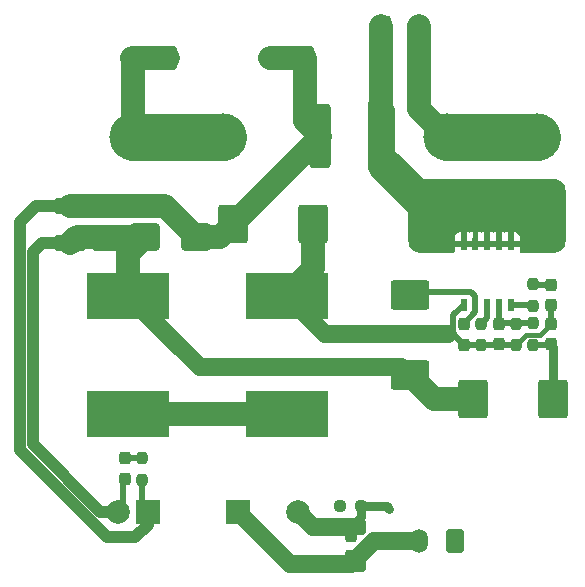
<source format=gtl>
G04 #@! TF.GenerationSoftware,KiCad,Pcbnew,8.0.5*
G04 #@! TF.CreationDate,2024-10-05T22:37:38+02:00*
G04 #@! TF.ProjectId,HVI,4856492e-6b69-4636-9164-5f7063625858,rev?*
G04 #@! TF.SameCoordinates,Original*
G04 #@! TF.FileFunction,Copper,L1,Top*
G04 #@! TF.FilePolarity,Positive*
%FSLAX46Y46*%
G04 Gerber Fmt 4.6, Leading zero omitted, Abs format (unit mm)*
G04 Created by KiCad (PCBNEW 8.0.5) date 2024-10-05 22:37:38*
%MOMM*%
%LPD*%
G01*
G04 APERTURE LIST*
G04 Aperture macros list*
%AMRoundRect*
0 Rectangle with rounded corners*
0 $1 Rounding radius*
0 $2 $3 $4 $5 $6 $7 $8 $9 X,Y pos of 4 corners*
0 Add a 4 corners polygon primitive as box body*
4,1,4,$2,$3,$4,$5,$6,$7,$8,$9,$2,$3,0*
0 Add four circle primitives for the rounded corners*
1,1,$1+$1,$2,$3*
1,1,$1+$1,$4,$5*
1,1,$1+$1,$6,$7*
1,1,$1+$1,$8,$9*
0 Add four rect primitives between the rounded corners*
20,1,$1+$1,$2,$3,$4,$5,0*
20,1,$1+$1,$4,$5,$6,$7,0*
20,1,$1+$1,$6,$7,$8,$9,0*
20,1,$1+$1,$8,$9,$2,$3,0*%
G04 Aperture macros list end*
G04 #@! TA.AperFunction,ComponentPad*
%ADD10RoundRect,0.250001X0.499999X0.759999X-0.499999X0.759999X-0.499999X-0.759999X0.499999X-0.759999X0*%
G04 #@! TD*
G04 #@! TA.AperFunction,ComponentPad*
%ADD11O,1.500000X2.020000*%
G04 #@! TD*
G04 #@! TA.AperFunction,SMDPad,CuDef*
%ADD12RoundRect,0.237500X0.250000X0.237500X-0.250000X0.237500X-0.250000X-0.237500X0.250000X-0.237500X0*%
G04 #@! TD*
G04 #@! TA.AperFunction,SMDPad,CuDef*
%ADD13RoundRect,0.237500X-0.237500X0.250000X-0.237500X-0.250000X0.237500X-0.250000X0.237500X0.250000X0*%
G04 #@! TD*
G04 #@! TA.AperFunction,ComponentPad*
%ADD14C,4.000000*%
G04 #@! TD*
G04 #@! TA.AperFunction,SMDPad,CuDef*
%ADD15RoundRect,0.250000X-0.400000X-0.625000X0.400000X-0.625000X0.400000X0.625000X-0.400000X0.625000X0*%
G04 #@! TD*
G04 #@! TA.AperFunction,SMDPad,CuDef*
%ADD16R,7.000000X4.000000*%
G04 #@! TD*
G04 #@! TA.AperFunction,SMDPad,CuDef*
%ADD17RoundRect,0.237500X-0.237500X0.300000X-0.237500X-0.300000X0.237500X-0.300000X0.237500X0.300000X0*%
G04 #@! TD*
G04 #@! TA.AperFunction,SMDPad,CuDef*
%ADD18RoundRect,0.250000X0.650000X2.450000X-0.650000X2.450000X-0.650000X-2.450000X0.650000X-2.450000X0*%
G04 #@! TD*
G04 #@! TA.AperFunction,SMDPad,CuDef*
%ADD19RoundRect,0.250000X-1.000000X1.400000X-1.000000X-1.400000X1.000000X-1.400000X1.000000X1.400000X0*%
G04 #@! TD*
G04 #@! TA.AperFunction,SMDPad,CuDef*
%ADD20RoundRect,0.250000X-1.400000X-1.000000X1.400000X-1.000000X1.400000X1.000000X-1.400000X1.000000X0*%
G04 #@! TD*
G04 #@! TA.AperFunction,SMDPad,CuDef*
%ADD21R,0.510000X1.100000*%
G04 #@! TD*
G04 #@! TA.AperFunction,ComponentPad*
%ADD22C,2.000000*%
G04 #@! TD*
G04 #@! TA.AperFunction,ComponentPad*
%ADD23R,2.000000X2.000000*%
G04 #@! TD*
G04 #@! TA.AperFunction,SMDPad,CuDef*
%ADD24RoundRect,0.237500X0.237500X-0.250000X0.237500X0.250000X-0.237500X0.250000X-0.237500X-0.250000X0*%
G04 #@! TD*
G04 #@! TA.AperFunction,SMDPad,CuDef*
%ADD25RoundRect,0.250000X1.100000X-0.412500X1.100000X0.412500X-1.100000X0.412500X-1.100000X-0.412500X0*%
G04 #@! TD*
G04 #@! TA.AperFunction,SMDPad,CuDef*
%ADD26RoundRect,0.237500X0.237500X-0.300000X0.237500X0.300000X-0.237500X0.300000X-0.237500X-0.300000X0*%
G04 #@! TD*
G04 #@! TA.AperFunction,SMDPad,CuDef*
%ADD27RoundRect,0.250000X-1.000000X-0.900000X1.000000X-0.900000X1.000000X0.900000X-1.000000X0.900000X0*%
G04 #@! TD*
G04 #@! TA.AperFunction,SMDPad,CuDef*
%ADD28RoundRect,0.250000X-1.100000X0.412500X-1.100000X-0.412500X1.100000X-0.412500X1.100000X0.412500X0*%
G04 #@! TD*
G04 #@! TA.AperFunction,SMDPad,CuDef*
%ADD29RoundRect,0.237500X-0.237500X0.287500X-0.237500X-0.287500X0.237500X-0.287500X0.237500X0.287500X0*%
G04 #@! TD*
G04 #@! TA.AperFunction,ViaPad*
%ADD30C,0.800000*%
G04 #@! TD*
G04 #@! TA.AperFunction,Conductor*
%ADD31C,2.000000*%
G04 #@! TD*
G04 #@! TA.AperFunction,Conductor*
%ADD32C,0.500000*%
G04 #@! TD*
G04 #@! TA.AperFunction,Conductor*
%ADD33C,4.000000*%
G04 #@! TD*
G04 #@! TA.AperFunction,Conductor*
%ADD34C,1.500000*%
G04 #@! TD*
G04 #@! TA.AperFunction,Conductor*
%ADD35C,0.750000*%
G04 #@! TD*
G04 #@! TA.AperFunction,Conductor*
%ADD36C,1.000000*%
G04 #@! TD*
G04 #@! TA.AperFunction,Conductor*
%ADD37C,0.400000*%
G04 #@! TD*
G04 APERTURE END LIST*
D10*
X107632000Y-104913000D03*
D11*
X104632000Y-104913000D03*
D10*
X83315000Y-64005000D03*
D11*
X80315000Y-64005000D03*
D12*
X99699500Y-101933000D03*
X97874500Y-101933000D03*
D13*
X112800000Y-86492500D03*
X112800000Y-88317500D03*
X109865000Y-86502500D03*
X109865000Y-88327500D03*
D14*
X80375000Y-70725000D03*
X87995000Y-70725000D03*
X106975000Y-70725000D03*
X114585000Y-70725000D03*
D15*
X101505000Y-61295000D03*
X104605000Y-61295000D03*
D16*
X79990000Y-94140000D03*
X79990000Y-84140000D03*
D17*
X108395000Y-86552500D03*
X108395000Y-88277500D03*
D18*
X101350000Y-70600000D03*
X96250000Y-70600000D03*
D19*
X95660000Y-78090000D03*
X88860000Y-78090000D03*
D20*
X103820000Y-84075000D03*
X103820000Y-90875000D03*
D15*
X101500000Y-65785000D03*
X104600000Y-65785000D03*
D21*
X108375000Y-84895000D03*
X109375000Y-84895000D03*
X110375000Y-84895000D03*
X111375000Y-84895000D03*
X112375000Y-84895000D03*
X112375000Y-79795000D03*
X111375000Y-79795000D03*
X110375000Y-79795000D03*
X109375000Y-79795000D03*
X108375000Y-79795000D03*
D10*
X94965000Y-63995000D03*
D11*
X91965000Y-63995000D03*
D16*
X93400000Y-84140000D03*
X93400000Y-94140000D03*
D17*
X98825000Y-104442500D03*
X98825000Y-106167500D03*
D22*
X79075000Y-102410000D03*
D23*
X81615000Y-102410000D03*
X89235000Y-102410000D03*
D22*
X94315000Y-102410000D03*
D15*
X101500000Y-63545000D03*
X104600000Y-63545000D03*
D13*
X114270000Y-86487500D03*
X114270000Y-88312500D03*
D24*
X114280000Y-85002500D03*
X114280000Y-83177500D03*
D25*
X78275000Y-79707500D03*
X78275000Y-76582500D03*
D19*
X115970000Y-92920000D03*
X109170000Y-92920000D03*
D26*
X115750000Y-88257500D03*
X115750000Y-86532500D03*
D25*
X75075000Y-79697500D03*
X75075000Y-76572500D03*
D17*
X115760000Y-83227500D03*
X115760000Y-84952500D03*
D27*
X81420000Y-79175000D03*
X85720000Y-79175000D03*
D24*
X81135000Y-99707500D03*
X81135000Y-97882500D03*
D17*
X111340000Y-86542500D03*
X111340000Y-88267500D03*
D28*
X98775000Y-103742500D03*
X98775000Y-106867500D03*
D29*
X79670000Y-97905000D03*
X79670000Y-99655000D03*
D30*
X97850000Y-101950000D03*
X102090000Y-102170000D03*
D31*
X80315000Y-64005000D02*
X83315000Y-64005000D01*
X80375000Y-70725000D02*
X80375000Y-64065000D01*
X94965000Y-63995000D02*
X91965000Y-63995000D01*
X94965000Y-69315000D02*
X94965000Y-63995000D01*
D32*
X114330000Y-83227500D02*
X114280000Y-83177500D01*
X115760000Y-83227500D02*
X114330000Y-83227500D01*
X109375000Y-84190000D02*
X109035000Y-83850000D01*
X109375000Y-85526146D02*
X109375000Y-84895000D01*
X108395000Y-86506146D02*
X109375000Y-85526146D01*
X104050000Y-83850000D02*
X103800000Y-84100000D01*
X109375000Y-84895000D02*
X109375000Y-84190000D01*
X108395000Y-86552500D02*
X108395000Y-86506146D01*
X109035000Y-83850000D02*
X104050000Y-83850000D01*
X81120000Y-97905000D02*
X79587500Y-97905000D01*
X79587500Y-97905000D02*
X79575000Y-97892500D01*
X114270000Y-86487500D02*
X111400000Y-86487500D01*
X111345000Y-84925000D02*
X111375000Y-84895000D01*
X111345000Y-86542500D02*
X111345000Y-84925000D01*
X111400000Y-86487500D02*
X111345000Y-86542500D01*
D31*
X80315000Y-70665000D02*
X80375000Y-70725000D01*
D33*
X80375000Y-70725000D02*
X87995000Y-70725000D01*
D34*
X100820984Y-104913000D02*
X98866484Y-106867500D01*
X89235000Y-102410000D02*
X93692500Y-106867500D01*
X98866484Y-106867500D02*
X98775000Y-106867500D01*
X93692500Y-106867500D02*
X98825000Y-106867500D01*
X104632000Y-104913000D02*
X100820984Y-104913000D01*
D35*
X115970000Y-92920000D02*
X115970000Y-88467500D01*
X115970000Y-88467500D02*
X115750000Y-88247500D01*
D32*
X114270000Y-88312500D02*
X115685000Y-88312500D01*
X115685000Y-88312500D02*
X115750000Y-88247500D01*
D31*
X81420000Y-79175000D02*
X75597500Y-79175000D01*
D32*
X79575000Y-101910000D02*
X79075000Y-102410000D01*
D36*
X72652500Y-79697500D02*
X75075000Y-79697500D01*
D34*
X103100000Y-90200000D02*
X103900000Y-91000000D01*
D31*
X105865000Y-92920000D02*
X103820000Y-90875000D01*
D34*
X79990000Y-84140000D02*
X86050000Y-90200000D01*
D31*
X75597500Y-79175000D02*
X75075000Y-79697500D01*
X79990000Y-84140000D02*
X79990000Y-80605000D01*
D36*
X77603818Y-102410000D02*
X71927000Y-96733182D01*
X71927000Y-80423000D02*
X72652500Y-79697500D01*
X79075000Y-102410000D02*
X77603818Y-102410000D01*
D34*
X86050000Y-90200000D02*
X103100000Y-90200000D01*
D36*
X71927000Y-96733182D02*
X71927000Y-80423000D01*
D31*
X109170000Y-92920000D02*
X105865000Y-92920000D01*
D32*
X79575000Y-99717500D02*
X79575000Y-101910000D01*
D31*
X79990000Y-80605000D02*
X81420000Y-79175000D01*
D37*
X112800000Y-88317500D02*
X113692500Y-87425000D01*
D34*
X96650480Y-87390480D02*
X93400000Y-84140000D01*
D32*
X112800000Y-88317500D02*
X108435000Y-88317500D01*
D31*
X95660000Y-78090000D02*
X95660000Y-81880000D01*
X95660000Y-81880000D02*
X93400000Y-84140000D01*
D34*
X96650480Y-87390480D02*
X107009520Y-87390480D01*
D37*
X114847500Y-87425000D02*
X115750000Y-86522500D01*
D32*
X108395000Y-88277500D02*
X107470000Y-87352500D01*
X115760000Y-86512500D02*
X115750000Y-86522500D01*
X107470000Y-85800000D02*
X108375000Y-84895000D01*
X108435000Y-88317500D02*
X108395000Y-88277500D01*
D37*
X113692500Y-87425000D02*
X114847500Y-87425000D01*
D32*
X107470000Y-87352500D02*
X107470000Y-85800000D01*
X115760000Y-84952500D02*
X115760000Y-86512500D01*
D33*
X114585000Y-70725000D02*
X106975000Y-70725000D01*
D31*
X104600000Y-68350000D02*
X106975000Y-70725000D01*
X104600000Y-68350000D02*
X104600000Y-61300000D01*
X93400000Y-94140000D02*
X79990000Y-94140000D01*
D32*
X114172500Y-84895000D02*
X114280000Y-85002500D01*
X112375000Y-84895000D02*
X114172500Y-84895000D01*
X109885000Y-86502500D02*
X110375000Y-86012500D01*
X110375000Y-86012500D02*
X110375000Y-84895000D01*
D35*
X99699500Y-102868000D02*
X98825000Y-103742500D01*
X99699500Y-101933000D02*
X101853000Y-101933000D01*
X101853000Y-101933000D02*
X102090000Y-102170000D01*
D34*
X98825000Y-103742500D02*
X95647500Y-103742500D01*
X95647500Y-103742500D02*
X94315000Y-102410000D01*
D35*
X99699500Y-101933000D02*
X99699500Y-102868000D01*
D31*
X101350000Y-70600000D02*
X101350000Y-61300000D01*
X85720000Y-79175000D02*
X83127500Y-76582500D01*
X96250000Y-70600000D02*
X94965000Y-69315000D01*
D36*
X80550000Y-104575000D02*
X81615000Y-103510000D01*
X75075000Y-76572500D02*
X72152500Y-76572500D01*
D31*
X96250000Y-70700000D02*
X88860000Y-78090000D01*
D36*
X81615000Y-102410000D02*
X81600000Y-102425000D01*
D32*
X81120000Y-99655000D02*
X81120000Y-101915000D01*
X81120000Y-101915000D02*
X81615000Y-102410000D01*
D31*
X83127500Y-76582500D02*
X75075000Y-76582500D01*
X87775000Y-79175000D02*
X88860000Y-78090000D01*
D36*
X70800000Y-97200000D02*
X78175000Y-104575000D01*
D31*
X85720000Y-79175000D02*
X87775000Y-79175000D01*
D36*
X78175000Y-104575000D02*
X80550000Y-104575000D01*
X70800000Y-77925000D02*
X70800000Y-97200000D01*
X72152500Y-76572500D02*
X70800000Y-77925000D01*
X81615000Y-103510000D02*
X81615000Y-102410000D01*
G04 #@! TA.AperFunction,Conductor*
G36*
X101556061Y-67500597D02*
G01*
X101732941Y-67518018D01*
X101756769Y-67522757D01*
X101921001Y-67572576D01*
X101943453Y-67581877D01*
X102048361Y-67637951D01*
X102094798Y-67662772D01*
X102115010Y-67676277D01*
X102247666Y-67785145D01*
X102264854Y-67802333D01*
X102373722Y-67934989D01*
X102387227Y-67955201D01*
X102468121Y-68106543D01*
X102477424Y-68129001D01*
X102527240Y-68293224D01*
X102531982Y-68317065D01*
X102549403Y-68493938D01*
X102550000Y-68506092D01*
X102550000Y-71850000D01*
X102842892Y-72142892D01*
X102842897Y-72142898D01*
X104657101Y-73957102D01*
X104657106Y-73957106D01*
X104950000Y-74250000D01*
X115993907Y-74250000D01*
X116006061Y-74250597D01*
X116182941Y-74268018D01*
X116206769Y-74272757D01*
X116371001Y-74322576D01*
X116393453Y-74331877D01*
X116544798Y-74412772D01*
X116565010Y-74426277D01*
X116697666Y-74535145D01*
X116714854Y-74552333D01*
X116823722Y-74684989D01*
X116837227Y-74705201D01*
X116918121Y-74856543D01*
X116927424Y-74879001D01*
X116977240Y-75043224D01*
X116981982Y-75067065D01*
X116999403Y-75243938D01*
X117000000Y-75256092D01*
X117000000Y-79493907D01*
X116999403Y-79506061D01*
X116981982Y-79682934D01*
X116977240Y-79706775D01*
X116927424Y-79870998D01*
X116918121Y-79893456D01*
X116837227Y-80044798D01*
X116823722Y-80065010D01*
X116714854Y-80197666D01*
X116697666Y-80214854D01*
X116565010Y-80323722D01*
X116544798Y-80337227D01*
X116393456Y-80418121D01*
X116370998Y-80427424D01*
X116206775Y-80477240D01*
X116182934Y-80481982D01*
X116006061Y-80499403D01*
X115993907Y-80500000D01*
X113254000Y-80500000D01*
X113186961Y-80480315D01*
X113141206Y-80427511D01*
X113130000Y-80376000D01*
X113130000Y-80045000D01*
X107620000Y-80045000D01*
X107620000Y-80376000D01*
X107600315Y-80443039D01*
X107547511Y-80488794D01*
X107496000Y-80500000D01*
X104706093Y-80500000D01*
X104693939Y-80499403D01*
X104517065Y-80481982D01*
X104493224Y-80477240D01*
X104329001Y-80427424D01*
X104306543Y-80418121D01*
X104155201Y-80337227D01*
X104134989Y-80323722D01*
X104002333Y-80214854D01*
X103985145Y-80197666D01*
X103876277Y-80065010D01*
X103862772Y-80044798D01*
X103781878Y-79893456D01*
X103772575Y-79870998D01*
X103722757Y-79706769D01*
X103718018Y-79682941D01*
X103700597Y-79506061D01*
X103700000Y-79493907D01*
X103700000Y-79197155D01*
X107620000Y-79197155D01*
X107620000Y-79545000D01*
X108125000Y-79545000D01*
X108625000Y-79545000D01*
X109125000Y-79545000D01*
X109625000Y-79545000D01*
X110125000Y-79545000D01*
X110625000Y-79545000D01*
X111125000Y-79545000D01*
X111625000Y-79545000D01*
X112125000Y-79545000D01*
X112625000Y-79545000D01*
X113130000Y-79545000D01*
X113130000Y-79197172D01*
X113129999Y-79197155D01*
X113123598Y-79137627D01*
X113123596Y-79137620D01*
X113073354Y-79002913D01*
X113073350Y-79002906D01*
X112987190Y-78887812D01*
X112987187Y-78887809D01*
X112872093Y-78801649D01*
X112872086Y-78801645D01*
X112737379Y-78751403D01*
X112737372Y-78751401D01*
X112677844Y-78745000D01*
X112625000Y-78745000D01*
X112625000Y-79545000D01*
X112125000Y-79545000D01*
X112125000Y-78745000D01*
X112072155Y-78745000D01*
X112012627Y-78751401D01*
X112012620Y-78751403D01*
X111918333Y-78786570D01*
X111848641Y-78791554D01*
X111831667Y-78786570D01*
X111737379Y-78751403D01*
X111737372Y-78751401D01*
X111677844Y-78745000D01*
X111625000Y-78745000D01*
X111625000Y-79545000D01*
X111125000Y-79545000D01*
X111125000Y-78745000D01*
X111072155Y-78745000D01*
X111012627Y-78751401D01*
X111012620Y-78751403D01*
X110918333Y-78786570D01*
X110848641Y-78791554D01*
X110831667Y-78786570D01*
X110737379Y-78751403D01*
X110737372Y-78751401D01*
X110677844Y-78745000D01*
X110625000Y-78745000D01*
X110625000Y-79545000D01*
X110125000Y-79545000D01*
X110125000Y-78745000D01*
X110072155Y-78745000D01*
X110012627Y-78751401D01*
X110012620Y-78751403D01*
X109918333Y-78786570D01*
X109848641Y-78791554D01*
X109831667Y-78786570D01*
X109737379Y-78751403D01*
X109737372Y-78751401D01*
X109677844Y-78745000D01*
X109625000Y-78745000D01*
X109625000Y-79545000D01*
X109125000Y-79545000D01*
X109125000Y-78745000D01*
X109072155Y-78745000D01*
X109012627Y-78751401D01*
X109012620Y-78751403D01*
X108918333Y-78786570D01*
X108848641Y-78791554D01*
X108831667Y-78786570D01*
X108737379Y-78751403D01*
X108737372Y-78751401D01*
X108677844Y-78745000D01*
X108625000Y-78745000D01*
X108625000Y-79545000D01*
X108125000Y-79545000D01*
X108125000Y-78745000D01*
X108072155Y-78745000D01*
X108012627Y-78751401D01*
X108012620Y-78751403D01*
X107877913Y-78801645D01*
X107877906Y-78801649D01*
X107762812Y-78887809D01*
X107762809Y-78887812D01*
X107676649Y-79002906D01*
X107676645Y-79002913D01*
X107626403Y-79137620D01*
X107626401Y-79137627D01*
X107620000Y-79197155D01*
X103700000Y-79197155D01*
X103700000Y-77512734D01*
X103700000Y-77512731D01*
X103700000Y-77100000D01*
X100545381Y-73929366D01*
X100537271Y-73920375D01*
X100425175Y-73783166D01*
X100411757Y-73763002D01*
X100331358Y-73612011D01*
X100322114Y-73589614D01*
X100272611Y-73425869D01*
X100267901Y-73402106D01*
X100250593Y-73225793D01*
X100250000Y-73213679D01*
X100250000Y-67934902D01*
X100251061Y-67918717D01*
X100262411Y-67832503D01*
X100270788Y-67801239D01*
X100300930Y-67728469D01*
X100317114Y-67700438D01*
X100365063Y-67637951D01*
X100387951Y-67615063D01*
X100450438Y-67567114D01*
X100478469Y-67550930D01*
X100551239Y-67520788D01*
X100582500Y-67512411D01*
X100668718Y-67501061D01*
X100684903Y-67500000D01*
X101543907Y-67500000D01*
X101556061Y-67500597D01*
G37*
G04 #@! TD.AperFunction*
M02*

</source>
